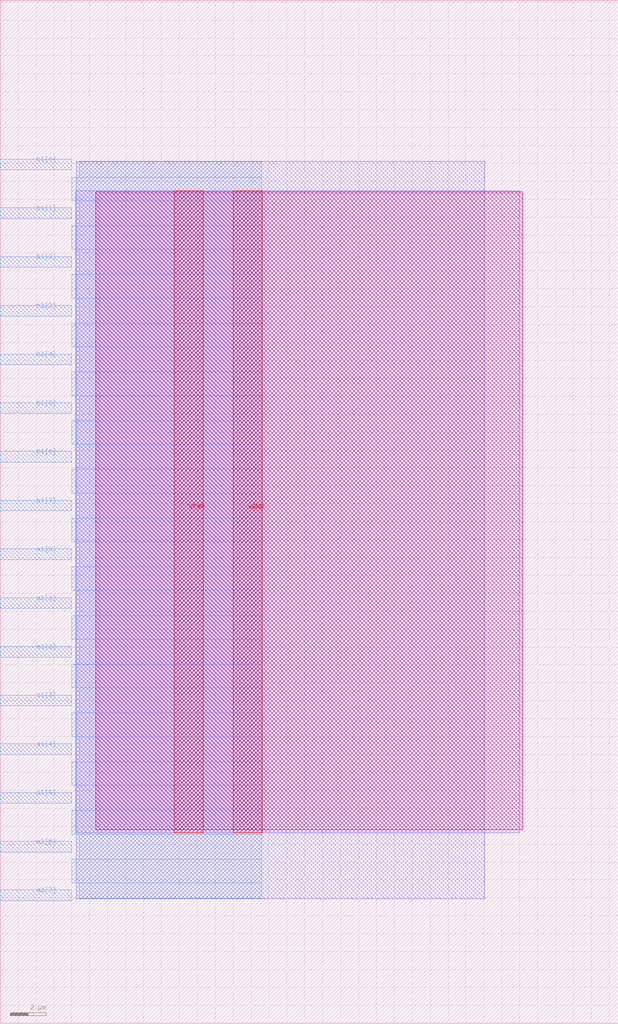
<source format=lef>
VERSION 5.7 ;
  NOWIREEXTENSIONATPIN ON ;
  DIVIDERCHAR "/" ;
  BUSBITCHARS "[]" ;
MACRO twos_complement
  CLASS BLOCK ;
  FOREIGN twos_complement ;
  ORIGIN 0.000 0.000 ;
  SIZE 34.500 BY 57.120 ;
  PIN VGND
    DIRECTION INOUT ;
    USE GROUND ;
    PORT
      LAYER met4 ;
        RECT 13.020 10.640 14.620 46.480 ;
    END
  END VGND
  PIN VPWR
    DIRECTION INOUT ;
    USE POWER ;
    PORT
      LAYER met4 ;
        RECT 9.720 10.640 11.320 46.480 ;
    END
  END VPWR
  PIN a1[0]
    DIRECTION INPUT ;
    USE SIGNAL ;
    ANTENNAGATEAREA 0.196500 ;
    PORT
      LAYER met3 ;
        RECT 0.000 25.880 4.000 26.480 ;
    END
  END a1[0]
  PIN a1[1]
    DIRECTION INPUT ;
    USE SIGNAL ;
    ANTENNAGATEAREA 0.196500 ;
    PORT
      LAYER met3 ;
        RECT 0.000 23.160 4.000 23.760 ;
    END
  END a1[1]
  PIN a1[2]
    DIRECTION INPUT ;
    USE SIGNAL ;
    ANTENNAGATEAREA 0.196500 ;
    PORT
      LAYER met3 ;
        RECT 0.000 20.440 4.000 21.040 ;
    END
  END a1[2]
  PIN a1[3]
    DIRECTION INPUT ;
    USE SIGNAL ;
    ANTENNAGATEAREA 0.196500 ;
    PORT
      LAYER met3 ;
        RECT 0.000 17.720 4.000 18.320 ;
    END
  END a1[3]
  PIN a1[4]
    DIRECTION INPUT ;
    USE SIGNAL ;
    ANTENNAGATEAREA 0.196500 ;
    PORT
      LAYER met3 ;
        RECT 0.000 15.000 4.000 15.600 ;
    END
  END a1[4]
  PIN a1[5]
    DIRECTION INPUT ;
    USE SIGNAL ;
    ANTENNAGATEAREA 0.196500 ;
    PORT
      LAYER met3 ;
        RECT 0.000 12.280 4.000 12.880 ;
    END
  END a1[5]
  PIN a1[6]
    DIRECTION INPUT ;
    USE SIGNAL ;
    ANTENNAGATEAREA 0.196500 ;
    PORT
      LAYER met3 ;
        RECT 0.000 9.560 4.000 10.160 ;
    END
  END a1[6]
  PIN a1[7]
    DIRECTION INPUT ;
    USE SIGNAL ;
    ANTENNAGATEAREA 0.196500 ;
    PORT
      LAYER met3 ;
        RECT 0.000 6.840 4.000 7.440 ;
    END
  END a1[7]
  PIN b1[0]
    DIRECTION OUTPUT ;
    USE SIGNAL ;
    ANTENNADIFFAREA 0.445500 ;
    PORT
      LAYER met3 ;
        RECT 0.000 47.640 4.000 48.240 ;
    END
  END b1[0]
  PIN b1[1]
    DIRECTION OUTPUT ;
    USE SIGNAL ;
    ANTENNADIFFAREA 0.445500 ;
    PORT
      LAYER met3 ;
        RECT 0.000 44.920 4.000 45.520 ;
    END
  END b1[1]
  PIN b1[2]
    DIRECTION OUTPUT ;
    USE SIGNAL ;
    ANTENNADIFFAREA 0.445500 ;
    PORT
      LAYER met3 ;
        RECT 0.000 42.200 4.000 42.800 ;
    END
  END b1[2]
  PIN b1[3]
    DIRECTION OUTPUT ;
    USE SIGNAL ;
    ANTENNADIFFAREA 0.445500 ;
    PORT
      LAYER met3 ;
        RECT 0.000 39.480 4.000 40.080 ;
    END
  END b1[3]
  PIN b1[4]
    DIRECTION OUTPUT ;
    USE SIGNAL ;
    ANTENNADIFFAREA 0.445500 ;
    PORT
      LAYER met3 ;
        RECT 0.000 36.760 4.000 37.360 ;
    END
  END b1[4]
  PIN b1[5]
    DIRECTION OUTPUT ;
    USE SIGNAL ;
    ANTENNADIFFAREA 0.445500 ;
    PORT
      LAYER met3 ;
        RECT 0.000 34.040 4.000 34.640 ;
    END
  END b1[5]
  PIN b1[6]
    DIRECTION OUTPUT ;
    USE SIGNAL ;
    ANTENNADIFFAREA 0.445500 ;
    PORT
      LAYER met3 ;
        RECT 0.000 31.320 4.000 31.920 ;
    END
  END b1[6]
  PIN b1[7]
    DIRECTION OUTPUT ;
    USE SIGNAL ;
    ANTENNADIFFAREA 0.445500 ;
    PORT
      LAYER met3 ;
        RECT 0.000 28.600 4.000 29.200 ;
    END
  END b1[7]
  OBS
      LAYER nwell ;
        RECT 5.330 10.795 29.170 46.430 ;
      LAYER li1 ;
        RECT 5.520 10.795 28.980 46.325 ;
      LAYER met1 ;
        RECT 4.210 10.640 28.980 46.480 ;
      LAYER met2 ;
        RECT 4.230 6.955 27.040 48.125 ;
      LAYER met3 ;
        RECT 4.400 47.240 14.610 48.105 ;
        RECT 3.990 45.920 14.610 47.240 ;
        RECT 4.400 44.520 14.610 45.920 ;
        RECT 3.990 43.200 14.610 44.520 ;
        RECT 4.400 41.800 14.610 43.200 ;
        RECT 3.990 40.480 14.610 41.800 ;
        RECT 4.400 39.080 14.610 40.480 ;
        RECT 3.990 37.760 14.610 39.080 ;
        RECT 4.400 36.360 14.610 37.760 ;
        RECT 3.990 35.040 14.610 36.360 ;
        RECT 4.400 33.640 14.610 35.040 ;
        RECT 3.990 32.320 14.610 33.640 ;
        RECT 4.400 30.920 14.610 32.320 ;
        RECT 3.990 29.600 14.610 30.920 ;
        RECT 4.400 28.200 14.610 29.600 ;
        RECT 3.990 26.880 14.610 28.200 ;
        RECT 4.400 25.480 14.610 26.880 ;
        RECT 3.990 24.160 14.610 25.480 ;
        RECT 4.400 22.760 14.610 24.160 ;
        RECT 3.990 21.440 14.610 22.760 ;
        RECT 4.400 20.040 14.610 21.440 ;
        RECT 3.990 18.720 14.610 20.040 ;
        RECT 4.400 17.320 14.610 18.720 ;
        RECT 3.990 16.000 14.610 17.320 ;
        RECT 4.400 14.600 14.610 16.000 ;
        RECT 3.990 13.280 14.610 14.600 ;
        RECT 4.400 11.880 14.610 13.280 ;
        RECT 3.990 10.560 14.610 11.880 ;
        RECT 4.400 9.160 14.610 10.560 ;
        RECT 3.990 7.840 14.610 9.160 ;
        RECT 4.400 6.975 14.610 7.840 ;
  END
END twos_complement
END LIBRARY


</source>
